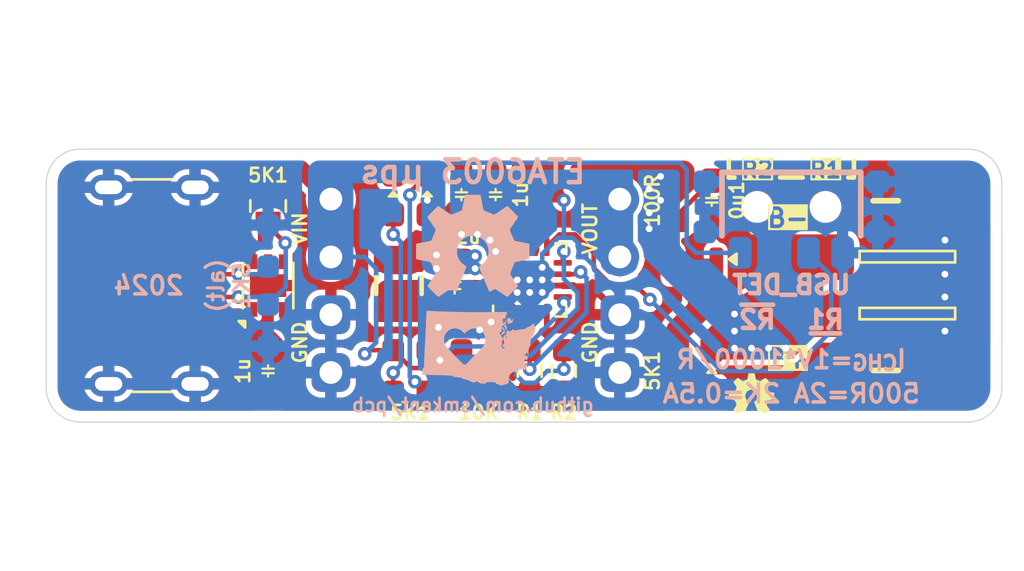
<source format=kicad_pcb>
(kicad_pcb (version 20240108) (generator "pcbnew") (generator_version "8.0")
  (layers (0 "F.Cu" signal) (31 "B.Cu" signal) (34 "B.Paste" user) (35 "F.Paste" user) (36 "B.SilkS" user "B.Silkscreen") (37 "F.SilkS" user "F.Silkscreen") (38 "B.Mask" user) (39 "F.Mask" user) (44 "Edge.Cuts" user))
  (net 0 "")
  (net 1 "B-")
  (net 2 "B+")
  (net 3 "GND")
  (net 4 "Net-(J1-CC1)")
  (net 5 "Net-(U1-NTC)")
  (net 6 "Net-(U1-STAT)")
  (net 7 "VOUT")
  (net 8 "VIN")
  (net 11 "CC2")
  (net 12 "/SW")
  (net 13 "Net-(U1-ISET2)")
  (net 14 "Net-(U1-ISET1)")
  (net 15 "Net-(U2-VDD)")
  (net 16 "Net-(SW1-B)")
  (net 17 "Net-(LED2-A)")
  (net 18 "Net-(LED4-A)")
  (net 19 "Net-(LED1-K)")
  (footprint "custom:R_0603_1608Metric_Pad0.98x0.95mm_HandSolder_simple" (layer "F.Cu") (at 96.75 136.25 90)
    (property "Reference" "R12" (hide yes))
    (property "Value" "100R")
    (pad "1" smd roundrect (at -0.9125 0 90) (size 0.975 0.95) (layers "F.Cu" "F.Paste" "F.Mask") (net 15 "Net-(U2-VDD)"))
    (pad "2" smd roundrect (at 0.9125 0 90) (size 0.975 0.95) (layers "F.Cu" "F.Paste" "F.Mask") (net 2 "B+"))
  )
  (footprint "packages:SOT-23" (layer "F.Cu") (at 97.5 140 -90)
    (property "Reference" "U2" (hide yes))
    (property "Value" "XB3306D")
    (pad "1" smd roundrect (at -0.9375 -0.95 270) (size 1.475 0.6) (layers "F.Cu" "F.Paste" "F.Mask") (net 3 "GND"))
    (pad "2" smd roundrect (at -0.9375 0.95 270) (size 1.475 0.6) (layers "F.Cu" "F.Paste" "F.Mask") (net 15 "Net-(U2-VDD)"))
    (pad "3" smd roundrect (at 0.9375 0 270) (size 1.475 0.6) (layers "F.Cu" "F.Paste" "F.Mask") (net 1 "B-"))
  )
  (footprint "custom:C_0603_1608Metric_Pad1.08x0.95mm_HandSolder" (layer "F.Cu") (at 87.25 136 90)
    (property "Reference" "C1" (hide yes))
    (property "Value" "22u")
    (pad "1" smd roundrect (at -0.8625 0 90) (size 1.075 0.95) (layers "F.Cu" "F.Paste" "F.Mask") (net 7 "VOUT"))
    (pad "2" smd roundrect (at 0.8625 0 90) (size 1.075 0.95) (layers "F.Cu" "F.Paste" "F.Mask") (net 3 "GND"))
  )
  (footprint "custom:R_0603_1608Metric_Pad0.98x0.95mm_HandSolder_simple" (layer "F.Cu") (at 88.75 143.75 90)
    (property "Reference" "R2" (hide yes))
    (property "Value" "10K")
    (pad "1" smd roundrect (at -0.9125 0 90) (size 0.975 0.95) (layers "F.Cu" "F.Paste" "F.Mask") (net 3 "GND"))
    (pad "2" smd roundrect (at 0.9125 0 90) (size 0.975 0.95) (layers "F.Cu" "F.Paste" "F.Mask") (net 5 "Net-(U1-NTC)"))
  )
  (footprint "custom:C_0603_1608Metric_Pad1.08x0.95mm_HandSolder" (layer "F.Cu") (at 98.25 136.25 -90)
    (property "Reference" "C4" (hide yes))
    (property "Value" "0u1")
    (pad "1" smd roundrect (at -0.8625 0 270) (size 1.075 0.95) (layers "F.Cu" "F.Paste" "F.Mask") (net 15 "Net-(U2-VDD)"))
    (pad "2" smd roundrect (at 0.8625 0 270) (size 1.075 0.95) (layers "F.Cu" "F.Paste" "F.Mask") (net 1 "B-"))
  )
  (footprint "custom:R_0603_1608Metric_Pad0.98x0.95mm_HandSolder_simple" (layer "F.Cu") (at 87.25 143.75 -90)
    (property "Reference" "R1" (hide yes))
    (property "Value" "10K")
    (pad "1" smd roundrect (at -0.9125 0 270) (size 0.975 0.95) (layers "F.Cu" "F.Paste" "F.Mask") (net 8 "VIN"))
    (pad "2" smd roundrect (at 0.9125 0 270) (size 0.975 0.95) (layers "F.Cu" "F.Paste" "F.Mask") (net 5 "Net-(U1-NTC)"))
  )
  (footprint "Resistor_SMD:R_0603_1608Metric_Pad0.98x0.95mm_HandSolder" (layer "F.Cu") (at 90.25 143.75 -90)
    (property "Reference" "R4" (hide yes))
    (property "Value" "2K")
    (pad "1" smd roundrect (at -0.9125 0 270) (size 0.975 0.95) (layers "F.Cu" "F.Paste" "F.Mask") (net 14 "Net-(U1-ISET1)"))
    (pad "2" smd roundrect (at 0.9125 0 270) (size 0.975 0.95) (layers "F.Cu" "F.Paste" "F.Mask") (net 3 "GND"))
  )
  (footprint "Resistor_SMD:R_Array_Convex_2x0402" (layer "F.Cu") (at 78.75 136.5 -90)
    (property "Reference" "RN1" (hide yes))
    (property "Value" "5K36")
    (pad "1" smd rect (at -0.5 -0.35 270) (size 0.5 0.4) (layers "F.Cu" "F.Paste" "F.Mask") (net 3 "GND"))
    (pad "2" smd rect (at -0.5 0.35 270) (size 0.5 0.4) (layers "F.Cu" "F.Paste" "F.Mask") (net 3 "GND"))
    (pad "3" smd rect (at 0.5 0.35 270) (size 0.5 0.4) (layers "F.Cu" "F.Paste" "F.Mask") (net 4 "Net-(J1-CC1)"))
    (pad "4" smd rect (at 0.5 -0.35 270) (size 0.5 0.4) (layers "F.Cu" "F.Paste" "F.Mask") (net 11 "CC2"))
  )
  (footprint "custom:ETA6003_QFN-16-1EP_3x3mm_P0.5mm_EP1.7x1.7mm_ThermalVias" (layer "F.Cu") (at 90.25 139.75)
    (property "Reference" "U1" (hide yes))
    (property "Value" "ETA6003")
    (pad "1" smd roundrect (at -1.45 -0.75) (size 0.8 0.25) (layers "F.Cu" "F.Paste" "F.Mask") (net 7 "VOUT"))
    (pad "2" smd roundrect (at -1.45 -0.25) (size 0.8 0.25) (layers "F.Cu" "F.Paste" "F.Mask") (net 8 "VIN"))
    (pad "3" smd roundrect (at -1.45 0.25) (size 0.8 0.25) (layers "F.Cu" "F.Paste" "F.Mask") (net 12 "/SW"))
    (pad "4" smd roundrect (at -1.45 0.75) (size 0.8 0.25) (layers "F.Cu" "F.Paste" "F.Mask") (net 12 "/SW"))
    (pad "5" smd roundrect (at -0.75 1.45) (size 0.25 0.8) (layers "F.Cu" "F.Paste" "F.Mask") (net 3 "GND"))
    (pad "6" smd roundrect (at -0.25 1.45) (size 0.25 0.8) (layers "F.Cu" "F.Paste" "F.Mask") (net 3 "GND"))
    (pad "7" smd roundrect (at 0.25 1.45) (size 0.25 0.8) (layers "F.Cu" "F.Paste" "F.Mask") (net 5 "Net-(U1-NTC)"))
    (pad "8" smd roundrect (at 0.75 1.45) (size 0.25 0.8) (layers "F.Cu" "F.Paste" "F.Mask") (net 3 "GND"))
    (pad "9" smd roundrect (at 1.45 0.75) (size 0.8 0.25) (layers "F.Cu" "F.Paste" "F.Mask") (net 6 "Net-(U1-STAT)"))
    (pad "10" smd roundrect (at 1.45 0.25) (size 0.8 0.25) (layers "F.Cu" "F.Paste" "F.Mask") (net 3 "GND"))
    (pad "11" smd roundrect (at 1.45 -0.25) (size 0.8 0.25) (layers "F.Cu" "F.Paste" "F.Mask") (net 14 "Net-(U1-ISET1)"))
    (pad "12" smd roundrect (at 1.45 -0.75) (size 0.8 0.25) (layers "F.Cu" "F.Paste" "F.Mask") (net 13 "Net-(U1-ISET2)"))
    (pad "13" smd roundrect (at 0.75 -1.45) (size 0.25 0.8) (layers "F.Cu" "F.Paste" "F.Mask") (net 16 "Net-(SW1-B)"))
    (pad "14" smd roundrect (at 0.25 -1.45) (size 0.25 0.8) (layers "F.Cu" "F.Paste" "F.Mask") (net 2 "B+"))
    (pad "15" smd roundrect (at -0.25 -1.45) (size 0.25 0.8) (layers "F.Cu" "F.Paste" "F.Mask") (net 7 "VOUT"))
    (pad "16" smd roundrect (at -0.75 -1.45) (size 0.25 0.8) (layers "F.Cu" "F.Paste" "F.Mask") (net 2 "B+"))
    (pad "17" thru_hole circle (at -0.55 0) (size 0.6 0.6) (drill 0.3) (layers "*.Cu") (net 3 "GND"))
    (pad "17" thru_hole circle (at -0.55 0.55) (size 0.6 0.6) (drill 0.3) (layers "*.Cu") (net 3 "GND"))
    (pad "17" smd custom (at 0 0) (size 0.5 0.5) (layers "F.Cu" "F.Mask") (net 3 "GND") (options (clearance outline) (anchor circle)) (primitives (gr_poly (pts (xy -0.6 0.85) (xy -0.85 0.6) (xy -0.85 -0.1) (xy -0.6 -0.35) (xy -0.35 -0.35) (xy 0.15 -0.85) (xy 0.6 -0.85) (xy 0.85 -0.6) (xy 0.85 0.6) (xy 0.6 0.85)) (width 0) (fill yes)) (gr_circle (center 0.6 -0.6) (end 0.85 -0.6) (width 0) (fill yes)) (gr_circle (center 0.6 0.6) (end 0.85 0.6) (width 0) (fill yes)) (gr_circle (center -0.6 0.6) (end -0.35 0.6) (width 0) (fill yes)) (gr_circle (center -0.6 -0.1) (end -0.35 -0.1) (width 0) (fill yes))))
    (pad "17" thru_hole circle (at 0 0) (size 0.6 0.6) (drill 0.3) (layers "*.Cu") (net 3 "GND"))
    (pad "17" smd roundrect (at 0 0) (size 1.7 1.7) (layers "B.Cu") (roundrect_rratio 0.147059) (net 3 "GND"))
    (pad "17" thru_hole circle (at 0 0.55) (size 0.6 0.6) (drill 0.3) (layers "*.Cu") (net 3 "GND"))
    (pad "17" thru_hole circle (at 0.55 -0.55) (size 0.6 0.6) (drill 0.3) (layers "*.Cu") (net 3 "GND"))
    (pad "17" thru_hole circle (at 0.55 0) (size 0.6 0.6) (drill 0.3) (layers "*.Cu") (net 3 "GND"))
    (pad "17" thru_hole circle (at 0.55 0.55) (size 0.6 0.6) (drill 0.3) (layers "*.Cu") (net 3 "GND"))
    (zone (net 0) (net_name "") (layer "F.Cu") (connect_pads (clearance 0)) (min_thickness 0.25)
      (keepout (tracks not_allowed) (vias allowed) (pads allowed) (copperpour not_allowed) (footprints allowed))
      (fill (thermal_gap 0.5) (thermal_bridge_width 0.5))
      (polygon (pts (xy 89.2 140.15) (xy 91.3 140.145671) (xy 91.3 140.795671) (xy 89.2 140.8)))
    )
  )
  (footprint "custom:Conn_Combo_JST-1x02-XH_PH-SMD-alt-pad2gnd" (layer "F.Cu") (at 102.75 140 90)
    (property "Reference" "J3" (hide yes))
    (property "Value" "JST XH/PH")
    (pad "1" smd roundrect (at -1.25 -0.75 90) (size 2 5) (layers "F.Cu" "F.Paste" "F.Mask") (net 2 "B+"))
    (pad "2" smd roundrect (at 1.25 -0.75 90) (size 2 5) (layers "F.Cu" "F.Paste" "F.Mask") (net 1 "B-"))
    (pad "MP" smd roundrect (at -3.85 5.75 90) (size 2.5 3.4) (layers "F.Cu" "F.Paste" "F.Mask") (roundrect_rratio 0.166667) (net 3 "GND"))
    (pad "MP" smd roundrect (at 3.85 5.75 90) (size 2.5 3.4) (layers "F.Cu" "F.Paste" "F.Mask") (roundrect_rratio 0.166667) (net 3 "GND"))
  )
  (footprint "passives:L_1008_2520Metric" (layer "F.Cu") (at 84.5 140 -90)
    (property "Reference" "L1" (hide yes))
    (property "Value" "2u2")
    (pad "1" smd roundrect (at -1.1 0) (size 2.2 1) (layers "F.Cu" "F.Paste" "F.Mask") (roundrect_rratio 0.125) (net 7 "VOUT"))
    (pad "2" smd roundrect (at 1.1 0) (size 2.2 1) (layers "F.Cu" "F.Paste" "F.Mask") (roundrect_rratio 0.125) (net 12 "/SW"))
  )
  (footprint "Resistor_SMD:R_0603_1608Metric_Pad0.98x0.95mm_HandSolder" (layer "F.Cu") (at 91.75 143.75 -90)
    (property "Reference" "R5" (hide yes))
    (property "Value" "1K")
    (pad "1" smd roundrect (at -0.9125 0 270) (size 0.975 0.95) (layers "F.Cu" "F.Paste" "F.Mask") (net 13 "Net-(U1-ISET2)"))
    (pad "2" smd roundrect (at 0.9125 0 270) (size 0.975 0.95) (layers "F.Cu" "F.Paste" "F.Mask") (net 3 "GND"))
  )
  (footprint "custom:LED_0603_1608Metric_Pad1.05x0.95mm_HandSolder_simple" (layer "F.Cu") (at 98.25 143.75 -90)
    (property "Reference" "LED4" (hide yes))
    (property "Value" "Red")
    (pad "1" smd roundrect (at -0.875 0 270) (size 1.05 0.95) (layers "F.Cu" "F.Paste" "F.Mask") (net 2 "B+"))
    (pad "2" smd roundrect (at 0.875 0 270) (size 1.05 0.95) (layers "F.Cu" "F.Paste" "F.Mask") (net 18 "Net-(LED4-A)"))
  )
  (footprint "custom:C_0603_1608Metric_Pad1.08x0.95mm_HandSolder" (layer "F.Cu") (at 88.75 136 90)
    (property "Reference" "C2" (hide yes))
    (property "Value" "1u")
    (pad "1" smd roundrect (at -0.8625 0 90) (size 1.075 0.95) (layers "F.Cu" "F.Paste" "F.Mask") (net 2 "B+"))
    (pad "2" smd roundrect (at 0.8625 0 90) (size 1.075 0.95) (layers "F.Cu" "F.Paste" "F.Mask") (net 3 "GND"))
  )
  (footprint "custom:LED_0603_1608Metric_Pad1.05x0.95mm_HandSolder_simple" (layer "F.Cu") (at 85.75 136 -90)
    (property "Reference" "LED1" (hide yes))
    (property "Value" "Pink")
    (pad "1" smd roundrect (at -0.875 0 270) (size 1.05 0.95) (layers "F.Cu" "F.Paste" "F.Mask") (net 19 "Net-(LED1-K)"))
    (pad "2" smd roundrect (at 0.875 0 270) (size 1.05 0.95) (layers "F.Cu" "F.Paste" "F.Mask") (net 8 "VIN"))
  )
  (footprint "custom:LED_0603_1608Metric_Pad1.05x0.95mm_HandSolder_simple" (layer "F.Cu") (at 84.25 136 -90)
    (property "Reference" "LED2" (hide yes))
    (property "Value" "White")
    (pad "1" smd roundrect (at -0.875 0 270) (size 1.05 0.95) (layers "F.Cu" "F.Paste" "F.Mask") (net 3 "GND"))
    (pad "2" smd roundrect (at 0.875 0 270) (size 1.05 0.95) (layers "F.Cu" "F.Paste" "F.Mask") (net 17 "Net-(LED2-A)"))
  )
  (footprint "custom:R_0603_1608Metric_Pad0.98x0.95mm_HandSolder_simple" (layer "F.Cu") (at 85.75 143.75 -90)
    (property "Reference" "R7" (hide yes))
    (property "Value" "5K1")
    (pad "1" smd roundrect (at -0.9125 0 270) (size 0.975 0.95) (layers "F.Cu" "F.Paste" "F.Mask") (net 6 "Net-(U1-STAT)"))
    (pad "2" smd roundrect (at 0.9125 0 270) (size 0.975 0.95) (layers "F.Cu" "F.Paste" "F.Mask") (net 19 "Net-(LED1-K)"))
  )
  (footprint "custom:R_0603_1608Metric_Pad0.98x0.95mm_HandSolder_simple" (layer "F.Cu") (at 84.25 143.75 90)
    (property "Reference" "R8" (hide yes))
    (property "Value" "5K1")
    (pad "1" smd roundrect (at -0.9125 0 90) (size 0.975 0.95) (layers "F.Cu" "F.Paste" "F.Mask") (net 17 "Net-(LED2-A)"))
    (pad "2" smd roundrect (at 0.9125 0 90) (size 0.975 0.95) (layers "F.Cu" "F.Paste" "F.Mask") (net 8 "VIN"))
  )
  (footprint "custom:C_0805_2012Metric_Pad1.18x1.45mm_wide-center_HandSolder" (layer "F.Cu") (at 87 140 90)
    (property "Reference" "C10" (hide yes))
    (property "Value" "22u")
    (pad "1" smd roundrect (at -1.075 0 90) (size 1.1 1.45) (layers "F.Cu" "F.Paste" "F.Mask") (roundrect_rratio 0.212766) (net 3 "GND"))
    (pad "2" smd roundrect (at 1.075 0 90) (size 1.1 1.45) (layers "F.Cu" "F.Paste" "F.Mask") (roundrect_rratio 0.212766) (net 8 "VIN"))
  )
  (footprint "custom:R_0603_1608Metric_Pad0.98x0.95mm_HandSolder_simple" (layer "F.Cu") (at 96.75 143.75 90)
    (property "Reference" "R11" (hide yes))
    (property "Value" "5K1")
    (pad "1" smd roundrect (at -0.9125 0 90) (size 0.975 0.95) (layers "F.Cu" "F.Paste" "F.Mask") (net 18 "Net-(LED4-A)"))
    (pad "2" smd roundrect (at 0.9125 0 90) (size 0.975 0.95) (layers "F.Cu" "F.Paste" "F.Mask") (net 1 "B-"))
  )
  (footprint "graphics:oshw-logo-2mm" (layer "F.Cu") (at 100 144.75)
    (property "Reference" "G***" (hide yes))
    (property "Value" "LOGO" (hide yes))
  )
  (footprint "Package_DFN_QFN:DFN-6-1EP_2x2mm_P0.65mm_EP1x1.6mm" (layer "F.Cu") (at 78.75 140 90)
    (property "Reference" "U3" (hide yes))
    (property "Value" "HUSB237")
    (pad "1" smd rect (at -1.05 -0.65 90) (size 0.65 0.35) (layers "F.Cu" "F.Paste" "F.Mask") (net 11 "CC2"))
    (pad "2" smd rect (at -1.05 0 90) (size 0.65 0.35) (layers "F.Cu" "F.Paste" "F.Mask") (net 8 "VIN"))
    (pad "3" smd rect (at -1.05 0.65 90) (size 0.65 0.35) (layers "F.Cu" "F.Paste" "F.Mask") (net 3 "GND"))
    (pad "4" smd rect (at 1.05 0.65 90) (size 0.65 0.35) (layers "F.Cu" "F.Paste" "F.Mask"))
    (pad "5" smd rect (at 1.05 0 90) (size 0.65 0.35) (layers "F.Cu" "F.Paste" "F.Mask"))
    (pad "6" smd rect (at 1.05 -0.65 90) (size 0.65 0.35) (layers "F.Cu" "F.Paste" "F.Mask") (net 4 "Net-(J1-CC1)"))
    (pad "7" smd rect (at 0 0 90) (size 1 1.6) (layers "F.Cu" "F.Mask") (net 3 "GND"))
  )
  (footprint "custom:USB_C_Receptacle_GCT_USB4125-xx-x_6P_TopMnt_Horizontal_handsolder" (layer "F.Cu") (at 72.54 140 -90)
    (property "Reference" "J1" (hide yes))
    (property "Value" "USB_C_Receptacle_PowerOnly_6P")
    (pad "A5" smd roundrect (at -0.5 -3.28 270) (size 0.7 1.6) (layers "F.Cu" "F.Paste" "F.Mask") (net 4 "Net-(J1-CC1)"))
    (pad "A9" smd roundrect (at 1.52 -3.28 90) (size 0.76 1.6) (layers "F.Cu" "F.Paste" "F.Mask") (net 8 "VIN"))
    (pad "A12" smd roundrect (at 2.75 -3.28 90) (size 0.8 1.6) (layers "F.Cu" "F.Paste" "F.Mask") (net 3 "GND"))
    (pad "B5" smd roundrect (at 0.5 -3.28 90) (size 0.7 1.6) (layers "F.Cu" "F.Paste" "F.Mask") (net 11 "CC2"))
    (pad "B9" smd roundrect (at -1.52 -3.28 270) (size 0.76 1.6) (layers "F.Cu" "F.Paste" "F.Mask") (net 8 "VIN"))
    (pad "B12" smd roundrect (at -2.75 -3.28 270) (size 0.8 1.6) (layers "F.Cu" "F.Paste" "F.Mask") (net 3 "GND"))
    (pad "S1" thru_hole oval (at -4.32 -3 270) (size 1.1 1.7) (drill oval 0.6 1.2) (layers "*.Cu" "*.Mask" "F.Paste") (net 3 "GND"))
    (pad "S1" thru_hole oval (at -4.32 0.8 270) (size 1.1 1.7) (drill oval 0.6 1.2) (layers "*.Cu" "*.Mask" "F.Paste") (net 3 "GND"))
    (pad "S1" thru_hole oval (at 4.32 -3 270) (size 1.1 1.7) (drill oval 0.6 1.2) (layers "*.Cu" "*.Mask" "F.Paste") (net 3 "GND"))
    (pad "S1" thru_hole oval (at 4.32 0.8 270) (size 1.1 1.7) (drill oval 0.6 1.2) (layers "*.Cu" "*.Mask" "F.Paste") (net 3 "GND"))
  )
  (footprint "custom:C_0603_1608Metric_Pad1.08x0.95mm_HandSolder" (layer "F.Cu") (at 78.75 143.75 90)
    (property "Reference" "C5" (hide yes))
    (property "Value" "10u")
    (pad "1" smd roundrect (at -0.8625 0 90) (size 1.075 0.95) (layers "F.Cu" "F.Paste" "F.Mask") (net 3 "GND"))
    (pad "2" smd roundrect (at 0.8625 0 90) (size 1.075 0.95) (layers "F.Cu" "F.Paste" "F.Mask") (net 8 "VIN"))
  )
  (footprint "custom:PinHeader_1x04_P2.54mm_Vertical_simple_pad3,4gnd" (layer "B.Cu") (at 94.21 136.2 180)
    (property "Reference" "J4" (hide yes))
    (property "Value" "Pin headers")
    (pad "1" thru_hole oval (at 0 0 180) (size 1.7 1.7) (drill 1) (layers "*.Cu" "*.Mask") (net 7 "VOUT"))
    (pad "2" thru_hole oval (at 0 -2.54 180) (size 1.7 1.7) (drill 1) (layers "*.Cu" "*.Mask") (net 7 "VOUT"))
    (pad "3" thru_hole roundrect (at 0 -5.08 180) (size 1.7 1.7) (drill 1) (layers "*.Cu" "*.Mask") (net 3 "GND"))
    (pad "4" thru_hole roundrect (at 0 -7.62 180) (size 1.7 1.7) (drill 1) (layers "*.Cu" "*.Mask") (net 3 "GND"))
  )
  (footprint "graphics:wa-state-heart-5mm" (layer "B.Cu") (at 88 142.75 180)
    (property "Reference" "G***" (hide yes))
    (property "Value" "LOGO" (hide yes))
  )
  (footprint "graphics:oshw-logo-5mm" (layer "B.Cu") (at 87.75 138.25 180)
    (property "Reference" "G***" (hide yes))
    (property "Value" "LOGO" (hide yes))
  )
  (footprint "lcsc:SW-SMD_3P-P1.50_L2.7-W6.6" (layer "B.Cu") (at 101.75 137)
    (property "Reference" "SW1" (hide yes))
    (property "Value" "SW_SPDT_MountingPin")
    (pad "" np_thru_hole circle (at -1.5 -0.46) (size 0.9 0.9) (drill 0.9) (layers "F&B.Cu" "*.Mask"))
    (pad "" np_thru_hole circle (at 1.5 -0.46) (size 0.9 0.9) (drill 0.9) (layers "F&B.Cu" "*.Mask"))
    (pad "1" smd roundrect (at -2.25 1.56) (size 1 1.4) (layers "B.Cu" "B.Paste" "B.Mask") (net 8 "VIN"))
    (pad "2" smd roundrect (at 0.75 1.56) (size 1 1.4) (layers "B.Cu" "B.Paste" "B.Mask") (net 16 "Net-(SW1-B)"))
    (pad "3" smd roundrect (at 2.25 1.56) (size 1 1.4) (layers "B.Cu" "B.Paste" "B.Mask") (net 3 "GND"))
    (pad "MP" smd roundrect (at -3.8 -1.56) (size 1 1) (layers "B.Cu" "B.Paste" "B.Mask") (net 3 "GND"))
    (pad "MP" smd roundrect (at -3.8 0.64) (size 1 1) (layers "B.Cu" "B.Paste" "B.Mask") (net 3 "GND"))
    (pad "MP" smd roundrect (at 3.8 -1.56) (size 1 1) (layers "B.Cu" "B.Paste" "B.Mask") (net 3 "GND"))
    (pad "MP" smd roundrect (at 3.8 0.64) (size 1 1) (layers "B.Cu" "B.Paste" "B.Mask") (net 3 "GND"))
  )
  (footprint "custom:R_0603_1608Metric_Pad0.98x0.95mm_HandSolder_simple" (layer "B.Cu") (at 78.75 138.25 90)
    (property "Reference" "R6" (hide yes))
    (property "Value" "5K1")
    (pad "1" smd roundrect (at -0.9125 0 90) (size 0.975 0.95) (layers "B.Cu" "B.Paste" "B.Mask") (net 4 "Net-(J1-CC1)"))
    (pad "2" smd roundrect (at 0.9125 0 90) (size 0.975 0.95) (layers "B.Cu" "B.Paste" "B.Mask") (net 3 "GND"))
  )
  (footprint "custom:R_0603_1608Metric_Pad0.98x0.95mm_HandSolder_simple" (layer "B.Cu") (at 78.75 141.75 -90)
    (property "Reference" "R3" (hide yes))
    (property "Value" "5K1")
    (pad "1" smd roundrect (at -0.9125 0 270) (size 0.975 0.95) (layers "B.Cu" "B.Paste" "B.Mask") (net 11 "CC2"))
    (pad "2" smd roundrect (at 0.9125 0 270) (size 0.975 0.95) (layers "B.Cu" "B.Paste" "B.Mask") (net 3 "GND"))
  )
  (footprint "custom:PinHeader_1x04_P2.54mm_Vertical_simple_pad3,4gnd" (layer "B.Cu") (at 81.51 136.2 180)
    (property "Reference" "J2" (hide yes))
    (property "Value" "Pin headers")
    (pad "1" thru_hole oval (at 0 0 180) (size 1.7 1.7) (drill 1) (layers "*.Cu" "*.Mask") (net 8 "VIN"))
    (pad "2" thru_hole oval (at 0 -2.54 180) (size 1.7 1.7) (drill 1) (layers "*.Cu" "*.Mask") (net 8 "VIN"))
    (pad "3" thru_hole roundrect (at 0 -5.08 180) (size 1.7 1.7) (drill 1) (layers "*.Cu" "*.Mask") (net 3 "GND"))
    (pad "4" thru_hole roundrect (at 0 -7.62 180) (size 1.7 1.7) (drill 1) (layers "*.Cu" "*.Mask") (net 3 "GND"))
  )
  (gr_line (start 102.6 142.1) (end 103.9 142.1) (stroke (width 0.2)) (layer "B.SilkS"))
  (gr_line (start 104.25 135.25) (end 104.5 135.25) (stroke (width 0.2)) (layer "F.SilkS"))
  (gr_line (start 104.5 135.25) (end 104.5 134.5) (stroke (width 0.2)) (layer "F.SilkS"))
  (gr_line (start 101.25 135.25) (end 102.25 135.25) (stroke (width 0.2)) (layer "F.SilkS"))
  (gr_line (start 99 135.25) (end 99 134.5) (stroke (width 0.2)) (layer "F.SilkS"))
  (gr_line (start 99.25 135.25) (end 99 135.25) (stroke (width 0.2)) (layer "F.SilkS"))
  (gr_line (start 69 144.5) (end 69 135.5) (stroke (width 0.05)) (layer "Edge.Cuts"))
  (gr_arc (start 109.5 134) (mid 110.56066 134.43934) (end 111 135.5) (stroke (width 0.05)) (layer "Edge.Cuts"))
  (gr_line (start 70.5 134) (end 109.5 134) (stroke (width 0.05)) (layer "Edge.Cuts"))
  (gr_line (start 111 135.5) (end 111 144.5) (stroke (width 0.05)) (layer "Edge.Cuts"))
  (gr_arc (start 69 135.5) (mid 69.43934 134.43934) (end 70.5 134) (stroke (width 0.05)) (layer "Edge.Cuts"))
  (gr_arc (start 111 144.5) (mid 110.56066 145.56066) (end 109.5 146) (stroke (width 0.05)) (layer "Edge.Cuts"))
  (gr_line (start 109.5 146) (end 70.5 146) (stroke (width 0.05)) (layer "Edge.Cuts"))
  (gr_arc (start 70.5 146) (mid 69.43934 145.56066) (end 69 144.5) (stroke (width 0.05)) (layer "Edge.Cuts"))
  (gr_text "github.com/smkent/pcb" (at 87.75 145.25 0) (layer "B.SilkS") (effects (font (size 0.6 0.58) (thickness 0.12) (bold yes)) (justify mirror)))
  (gr_text "ETA6003 µps" (at 87.75 135 -0) (layer "B.SilkS") (effects (font (size 1 1) (thickness 0.2) (bold yes)) (justify mirror)))
  (gr_text "~{R2}" (at 100.25 141.5 0) (layer "B.SilkS") (effects (font (size 0.8 0.8) (thickness 0.2) (bold yes)) (justify mirror)))
  (gr_text "I_{CHG}=1V*1000/R" (at 101.75 143.25 0) (layer "B.SilkS") (effects (font (size 0.8 0.8) (thickness 0.16) (bold yes)) (justify mirror)))
  (gr_text "USB_DET" (at 101.75 139.5 0) (layer "B.SilkS") (effects (font (size 0.8 0.8) (thickness 0.2) (bold yes)) (justify top mirror)))
  (gr_text "(alt)\n5K1" (at 78 140 90) (layer "B.SilkS") (effects (font (size 0.7 0.7) (thickness 0.14) (bold yes)) (justify bottom mirror)))
  (gr_text "2024" (at 73.5 140 0) (layer "B.SilkS") (effects (font (size 0.8 0.8) (thickness 0.16) (bold yes)) (justify mirror)))
  (gr_text "500R=2A 2K=0.5A" (at 101.75 144.75 0) (layer "B.SilkS") (effects (font (size 0.8 0.8) (thickness 0.16) (bold yes)) (justify mirror)))
  (gr_text "R1" (at 103.25 141.5 0) (layer "B.SilkS") (effects (font (size 0.8 0.8) (thickness 0.2) (bold yes)) (justify mirror)))
  (gr_text "R2" (at 100.25 134.5 0) (layer "F.SilkS" knockout) (effects (font (size 0.7 0.7) (thickness 0.14) (bold yes)) (justify top)))
  (gr_text "1u" (at 89.5 136 90) (layer "F.SilkS") (effects (font (size 0.6 0.6) (thickness 0.12) (bold yes)) (justify top)))
  (gr_text "R1" (at 103.25 134.5 0) (layer "F.SilkS" knockout) (effects (font (size 0.7 0.7) (thickness 0.14) (bold yes)) (justify top)))
  (gr_text "5K1" (at 96 143.75 90) (layer "F.SilkS") (effects (font (size 0.6 0.6) (thickness 0.12) (bold yes)) (justify bottom)))
  (gr_text "R2" (at 91.75 145.92 0) (layer "F.SilkS") (effects (font (size 0.6 0.6) (thickness 0.12) (bold yes)) (justify bottom)))
  (gr_text "B-" (at 101.6 137.5 0) (layer "F.SilkS" knockout) (effects (font (size 0.8 0.8) (thickness 0.16) (bold yes)) (justify bottom)))
  (gr_text "GND" (at 93.25 142.5 90) (layer "F.SilkS") (effects (font (size 0.6 0.6) (thickness 0.12) (bold yes)) (justify bottom)))
  (gr_text "10K" (at 88 145.92 0) (layer "F.SilkS") (effects (font (size 0.6 0.6) (thickness 0.12) (bold yes)) (justify bottom)))
  (gr_text "22u" (at 87.25 137.5 0) (layer "F.SilkS") (effects (font (size 0.6 0.6) (thickness 0.12) (bold yes)) (justify top)))
  (gr_text "5K1" (at 85 145.92 0) (layer "F.SilkS") (effects (font (size 0.6 0.6) (thickness 0.12) (bold yes)) (justify bottom)))
  (gr_text "GND" (at 80.5 142.5 90) (layer "F.SilkS") (effects (font (size 0.6 0.6) (thickness 0.12) (bold yes)) (justify bottom)))
  (gr_text "0u1" (at 99 136.25 90) (layer "F.SilkS") (effects (font (size 0.6 0.6) (thickness 0.12) (bold yes)) (justify top)))
  (gr_text "5K1" (at 78.75 135.5 0) (layer "F.SilkS") (effects (font (size 0.6 0.6) (thickness 0.12) (bold yes)) (justify bottom)))
  (gr_text "R1" (at 90.25 145.92 0) (layer "F.SilkS") (effects (font (size 0.6 0.6) (thickness 0.12) (bold yes)) (justify bottom)))
  (gr_text "1u" (at 78 143.75 90) (layer "F.SilkS") (effects (font (size 0.6 0.6) (thickness 0.12) (bold yes)) (justify bottom)))
  (gr_text "VOUT" (at 93.25 137.5 90) (layer "F.SilkS") (effects (font (size 0.6 0.6) (thickness 0.12) (bold yes)) (justify bottom)))
  (gr_text "100R" (at 96 136.25 90) (layer "F.SilkS") (effects (font (size 0.6 0.6) (thickness 0.12) (bold yes)) (justify bottom)))
  (gr_text "B+" (at 101.6 142.75 0) (layer "F.SilkS" knockout) (effects (font (size 0.8 0.8) (thickness 0.16) (bold yes)) (justify top)))
  (gr_text "VIN" (at 80.5 137.5 90) (layer "F.SilkS") (effects (font (size 0.6 0.6) (thickness 0.12) (bold yes)) (justify bottom)))
  (segment (start 89.5 138.3) (end 89.5 137.885614) (width 0.2) (layer "F.Cu") (net 2))
  (segment (start 90.5 137.885614) (end 90.5 138.3) (width 0.2) (layer "F.Cu") (net 2))
  (segment (start 90.214386 137.6) (end 90.5 137.885614) (width 0.2) (layer "F.Cu") (net 2))
  (segment (start 89.5 137.885614) (end 89.785614 137.6) (width 0.2) (layer "F.Cu") (net 2))
  (segment (start 89.785614 137.6) (end 90.214386 137.6) (width 0.2) (layer "F.Cu") (net 2))
  (via (at 95.5 136.799997) (size 0.6) (drill 0.3) (layers "F.Cu" "B.Cu") (net 2))
  (via (at 96 135.2) (size 0.6) (drill 0.3) (layers "F.Cu" "B.Cu") (net 2))
  (via (at 99.25 142.75) (size 0.6) (drill 0.3) (layers "F.Cu" "B.Cu") (net 2))
  (via (at 95.5 135.75) (size 0.6) (drill 0.3) (layers "F.Cu" "B.Cu") (net 2))
  (via (at 101.5 142.75) (size 0.6) (drill 0.3) (layers "F.Cu" "B.Cu") (net 2))
  (via (at 99.25 141.25) (size 0.6) (drill 0.3) (layers "F.Cu" "B.Cu") (net 2))
  (via (at 100.75 142.75) (size 0.6) (drill 0.3) (layers "F.Cu" "B.Cu") (net 2))
  (via (at 99.25 142) (size 0.6) (drill 0.3) (layers "F.Cu" "B.Cu") (net 2))
  (via (at 95.5 137.5) (size 0.6) (drill 0.3) (layers "F.Cu" "B.Cu") (net 2))
  (via (at 100 142.75) (size 0.6) (drill 0.3) (layers "F.Cu" "B.Cu") (net 2))
  (via (at 96 136.25) (size 0.6) (drill 0.3) (layers "F.Cu" "B.Cu") (net 2))
  (segment (start 83 141.554506) (end 83 141.25) (width 0.2) (layer "F.Cu") (net 3))
  (segment (start 87 141.075) (end 86.2375 141.8375) (width 0.2) (layer "F.Cu") (net 3))
  (segment (start 94.23 143.8) (end 94.21 143.82) (width 0.2) (layer "F.Cu") (net 3))
  (segment (start 98.45 139.0625) (end 97.928052 139.0625) (width 0.2) (layer "F.Cu") (net 3))
  (segment (start 89.8625 136.25) (end 88.75 135.1375) (width 0.2) (layer "F.Cu") (net 3))
  (segment (start 92.979348 140.049348) (end 94.21 141.28) (width 0.3) (layer "F.Cu") (net 3))
  (segment (start 91.75 136.25) (end 89.8625 136.25) (width 0.2) (layer "F.Cu") (net 3))
  (segment (start 108.45 143.8) (end 94.23 143.8) (width 0.2) (layer "F.Cu") (net 3))
  (segment (start 108.5 143.85) (end 108.45 143.8) (width 0.2) (layer "F.Cu") (net 3))
  (segment (start 95.710552 141.28) (end 94.21 141.28) (width 0.2) (layer "F.Cu") (net 3))
  (segment (start 97.928052 139.0625) (end 95.710552 141.28) (width 0.2) (layer "F.Cu") (net 3))
  (segment (start 92.170003 140) (end 92.219351 140.049348) (width 0.3) (layer "F.Cu") (net 3))
  (segment (start 86.2375 141.8375) (end 86.175 141.9) (width 0.2) (layer "F.Cu") (net 3))
  (segment (start 83.345494 141.9) (end 83 141.554506) (width 0.2) (layer "F.Cu") (net 3))
  (segment (start 82.97 141.28) (end 81.51 141.28) (width 0.2) (layer "F.Cu") (net 3))
  (segment (start 91.7 140) (end 92.170003 140) (width 0.3) (layer "F.Cu") (net 3))
  (segment (start 86.175 141.9) (end 83.345494 141.9) (width 0.2) (layer "F.Cu") (net 3))
  (segment (start 92.219351 140.049348) (end 92.979348 140.049348) (width 0.3) (layer "F.Cu") (net 3))
  (segment (start 83 141.25) (end 82.97 141.28) (width 0.2) (layer "F.Cu") (net 3))
  (via (at 108.5 140.5) (size 0.6) (drill 0.3) (layers "F.Cu" "B.Cu") (net 3))
  (via (at 88.05 141.95) (size 0.6) (drill 0.3) (layers "F.Cu" "B.Cu") (net 3))
  (via (at 108.5 139.5) (size 0.6) (drill 0.3) (layers "F.Cu" "B.Cu") (net 3))
  (via (at 86.2375 141.8375) (size 0.6) (drill 0.3) (layers "F.Cu" "B.Cu") (net 3))
  (via (at 91.75 136.25) (size 0.6) (drill 0.3) (layers "F.Cu" "B.Cu") (net 3))
  (via (at 88.55 141.6) (size 0.6) (drill 0.3) (layers "F.Cu" "B.Cu") (net 3))
  (via (at 108.5 142) (size 0.6) (drill 0.3) (layers "F.Cu" "B.Cu") (net 3))
  (via (at 108.5 138) (size 0.6) (drill 0.3) (layers "F.Cu" "B.Cu") (net 3))
  (segment (start 91.075736 138.325736) (end 90.8 138.601471) (width 0.2) (layer "B.Cu") (net 3))
  (segment (start 91.501471 137.9) (end 91.075736 138.325736) (width 0.2) (layer "B.Cu") (net 3))
  (segment (start 92.15 137.9) (end 91.501471 137.9) (width 0.2) (layer "B.Cu") (net 3))
  (segment (start 93.08859 139.150819) (end 92.737119 138.799348) (width 0.2) (layer "B.Cu") (net 3))
  (segment (start 94.21 140.430001) (end 93.08859 139.308591) (width 0.2) (layer "B.Cu") (net 3))
  (segment (start 92.737119 138.487119) (end 92.15 137.9) (width 0.2) (layer "B.Cu") (net 3))
  (segment (start 93.08859 139.308591) (end 93.08859 139.150819) (width 0.2) (layer "B.Cu") (net 3))
  (segment (start 92.737119 138.799348) (end 92.737119 138.487119) (width 0.2) (layer "B.Cu") (net 3))
  (segment (start 91.75 136.25) (end 91.75 137.9) (width 0.2) (layer "B.Cu") (net 3))
  (segment (start 90.8 138.601471) (end 90.8 139.2) (width 0.2) (layer "B.Cu") (net 3))
  (segment (start 94.21 141.28) (end 94.21 140.430001) (width 0.2) (layer "B.Cu") (net 3))
  (segment (start 78.1 138.4) (end 78.1 138.95) (width 0.2) (layer "F.Cu") (net 4))
  (segment (start 78.4 138.1) (end 78.1 138.4) (width 0.2) (layer "F.Cu") (net 4))
  (segment (start 78.05 138.95) (end 77.5 139.5) (width 0.2) (layer "F.Cu") (net 4))
  (segment (start 78.1 138.95) (end 78.05 138.95) (width 0.2) (layer "F.Cu") (net 4))
  (segment (start 77.5 139.5) (end 77.449998 139.5) (width 0.2) (layer "F.Cu") (net 4))
  (segment (start 78.4 137) (end 78.4 138.1) (width 0.2) (layer "F.Cu") (net 4))
  (segment (start 77.5 139.5) (end 75.82 139.5) (width 0.2) (layer "F.Cu") (net 4))
  (via (at 77.449998 139.5) (size 0.6) (drill 0.3) (layers "F.Cu" "B.Cu") (net 4))
  (segment (start 78.4125 139.5) (end 78.75 139.1625) (width 0.2) (layer "B.Cu") (net 4))
  (segment (start 77.449998 139.5) (end 78.4125 139.5) (width 0.2) (layer "B.Cu") (net 4))
  (segment (start 90.5 141.2) (end 90.5 141.614386) (width 0.2) (layer "F.Cu") (net 5))
  (segment (start 87.25 144.6625) (end 87.25 144.3375) (width 0.2) (layer "F.Cu") (net 5))
  (segment (start 90.5 141.614386) (end 90.114386 142) (width 0.2) (layer "F.Cu") (net 5))
  (segment (start 90.114386 142) (end 89.5875 142) (width 0.2) (layer "F.Cu") (net 5))
  (segment (start 89.5875 142) (end 88.75 142.8375) (width 0.2) (layer "F.Cu") (net 5))
  (segment (start 87.25 144.3375) (end 88.75 142.8375) (width 0.2) (layer "F.Cu") (net 5))
  (segment (start 91.7 140.7) (end 91.75 140.75) (width 0.2) (layer "F.Cu") (net 6))
  (segment (start 85.75 142.8375) (end 85.855819 142.8375) (width 0.2) (layer "F.Cu") (net 6))
  (segment (start 85.855819 142.8375) (end 86.298984 143.280665) (width 0.2) (layer "F.Cu") (net 6))
  (segment (start 91.7 140.5) (end 91.7 140.7) (width 0.2) (layer "F.Cu") (net 6))
  (via (at 86.298984 143.280665) (size 0.6) (drill 0.3) (layers "F.Cu" "B.Cu") (net 6))
  (via (at 91.75 140.75) (size 0.6) (drill 0.3) (layers "F.Cu" "B.Cu") (net 6))
  (segment (start 90.118315 142.675) (end 86.904649 142.675) (width 0.2) (layer "B.Cu") (net 6))
  (segment (start 91.75 140.75) (end 91.75 141.043315) (width 0.2) (layer "B.Cu") (net 6))
  (segment (start 91.75 141.043315) (end 90.118315 142.675) (width 0.2) (layer "B.Cu") (net 6))
  (segment (start 86.904649 142.675) (end 86.298984 143.280665) (width 0.2) (layer "B.Cu") (net 6))
  (segment (start 89.714386 139) (end 90 138.714386) (width 0.2) (layer "F.Cu") (net 7))
  (segment (start 90 138.714386) (end 90 138.3) (width 0.2) (layer "F.Cu") (net 7))
  (segment (start 94.21 136.2) (end 94.21 138.74) (width 1) (layer "F.Cu") (net 7))
  (segment (start 88.8 139) (end 89.714386 139) (width 0.2) (layer "F.Cu") (net 7))
  (via (at 87.950003 137.75) (size 0.6) (drill 0.3) (layers "F.Cu" "B.Cu") (net 7))
  (via (at 87.25 137.75) (size 0.6) (drill 0.3) (layers "F.Cu" "B.Cu") (net 7))
  (via (at 88.5 138) (size 0.6) (drill 0.3) (layers "F.Cu" "B.Cu") (net 7))
  (via (at 88.75 138.5) (size 0.6) (drill 0.3) (layers "F.Cu" "B.Cu") (net 7))
  (segment (start 87.25 142.8375) (end 87.25 143.325) (width 0.2) (layer "F.Cu") (net 8))
  (segment (start 76.491558 138.48) (end 77.25 137.721558) (width 0.75) (layer "F.Cu") (net 8))
  (segment (start 83 143) (end 83.1625 142.8375) (width 0.2) (layer "F.Cu") (net 8))
  (segment (start 88.314904 139.5) (end 88.064904 139.25) (width 0.3) (layer "F.Cu") (net 8))
  (segment (start 88.064904 139.25) (end 87.325 139.25) (width 0.3) (layer "F.Cu") (net 8))
  (segment (start 83.1625 142.8375) (end 84.25 142.8375) (width 0.2) (layer "F.Cu") (net 8))
  (segment (start 85.625 143.625) (end 85.0375 143.625) (width 0.2) (layer "F.Cu") (net 8))
  (segment (start 75.82 138.48) (end 74.97449 138.48) (width 0.75) (layer "F.Cu") (net 8))
  (segment (start 86.216722 143.875) (end 85.875 143.875) (width 0.2) (layer "F.Cu") (net 8))
  (segment (start 86.222387 143.880665) (end 86.216722 143.875) (width 0.2) (layer "F.Cu") (net 8))
  (segment (start 87.325 139.25) (end 87 138.925) (width 0.3) (layer "F.Cu") (net 8))
  (segment (start 74.445 139.00949) (end 74.445 140.99051) (width 0.75) (layer "F.Cu") (net 8))
  (segment (start 85.0375 143.625) (end 84.25 142.8375) (width 0.2) (layer "F.Cu") (net 8))
  (segment (start 88.8 139.5) (end 88.314904 139.5) (width 0.3) (layer "F.Cu") (net 8))
  (segment (start 74.97449 138.48) (end 74.445 139.00949) (width 0.75) (layer "F.Cu") (net 8))
  (segment (start 77.25 137.721558) (end 77.25 135.5) (width 0.75) (layer "F.Cu") (net 8))
  (segment (start 77.25 135.5) (end 77.875 134.875) (width 0.75) (layer "F.Cu") (net 8))
  (segment (start 75.82 138.48) (end 76.491558 138.48) (width 0.75) (layer "F.Cu") (net 8))
  (segment (start 74.445 140.99051) (end 74.97449 141.52) (width 0.75) (layer "F.Cu") (net 8))
  (segment (start 87.25 143.325) (end 86.694335 143.880665) (width 0.2) (layer "F.Cu") (net 8))
  (segment (start 80.185 134.875) (end 81.51 136.2) (width 0.75) (layer "F.Cu") (net 8))
  (segment (start 86.694335 143.880665) (end 86.222387 143.880665) (width 0.2) (layer "F.Cu") (net 8))
  (segment (start 85.75 136.875) (end 85.75 136.25) (width 0.2) (layer "F.Cu") (net 8))
  (segment (start 77.875 134.875) (end 80.185 134.875) (width 0.75) (layer "F.Cu") (net 8))
  (segment (start 85.875 143.875) (end 85.625 143.625) (width 0.2) (layer "F.Cu") (net 8))
  (segment (start 74.97449 141.52) (end 75.82 141.52) (width 0.75) (layer "F.Cu") (net 8))
  (via (at 87.85 138.7) (size 0.6) (drill 0.3) (layers "F.Cu" "B.Cu") (net 8))
  (via (at 85.75 136.25) (size 0.6) (drill 0.3) (layers "F.Cu" "B.Cu") (net 8))
  (via (at 83 143) (size 0.6) (drill 0.3) (layers "F.Cu" "B.Cu") (net 8))
  (via (at 86.15 139.25) (size 0.6) (drill 0.3) (layers "F.Cu" "B.Cu") (net 8))
  (via (at 86.15 138.65) (size 0.6) (drill 0.3) (layers "F.Cu" "B.Cu") (net 8))
  (via (at 87.85 139.25) (size 0.6) (drill 0.3) (layers "F.Cu" "B.Cu") (net 8))
  (segment (start 97.15 138.15) (end 97.15 134.9) (width 0.2) (layer "B.Cu") (net 8))
  (segment (start 86.65 134.6) (end 86 135.25) (width 0.2) (layer "B.Cu") (net 8))
  (segment (start 97.15 134.9) (end 96.85 134.6) (width 0.2) (layer "B.Cu") (net 8))
  (segment (start 82.99 138.74) (end 81.51 138.74) (width 0.2) (layer "B.Cu") (net 8))
  (segment (start 83 143) (end 83.5 142.5) (width 0.2) (layer "B.Cu") (net 8))
  (segment (start 83.5 139.25) (end 82.99 138.74) (width 0.2) (layer "B.Cu") (net 8))
  (segment (start 85.75 136.25) (end 85.75 138.85) (width 0.2) (layer "B.Cu") (net 8))
  (segment (start 99.5 138.56) (end 97.56 138.56) (width 0.2) (layer "B.Cu") (net 8))
  (segment (start 96.85 134.6) (end 86.65 134.6) (width 0.2) (layer "B.Cu") (net 8))
  (segment (start 83.5 142.5) (end 83.5 139.25) (width 0.2) (layer "B.Cu") (net 8))
  (segment (start 97.56 138.56) (end 97.15 138.15) (width 0.2) (layer "B.Cu") (net 8))
  (segment (start 85.75 138.85) (end 86.15 139.25) (width 0.2) (layer "B.Cu") (net 8))
  (segment (start 78.1 141.05) (end 78.05 141.05) (width 0.2) (layer "F.Cu") (net 11))
  (segment (start 77.5 140.5) (end 75.82 140.5) (width 0.2) (layer "F.Cu") (net 11))
  (segment (start 78.05 141.05) (end 77.5 140.5) (width 0.2) (layer "F.Cu") (net 11))
  (segment (start 79.1 137.724998) (end 79.1 137) (width 0.2) (layer "F.Cu") (net 11))
  (segment (start 79.5 138.124998) (end 79.1 137.724998) (width 0.2) (layer "F.Cu") (net 11))
  (segment (start 77.5 140.5) (end 77.449998 140.5) (width 0.2) (layer "F.Cu") (net 11))
  (via (at 77.449998 140.5) (size 0.6) (drill 0.3) (layers "F.Cu" "B.Cu") (net 11))
  (via (at 79.5 138.124998) (size 0.6) (drill 0.3) (layers "F.Cu" "B.Cu") (net 11))
  (segment (start 77.449998 140.5) (end 78.4125 140.5) (width 0.2) (layer "B.Cu") (net 11))
  (segment (start 79.525 138.149998) (end 79.5 138.124998) (width 0.2) (layer "B.Cu") (net 11))
  (segment (start 79.525 140.0625) (end 79.525 138.149998) (width 0.2) (layer "B.Cu") (net 11))
  (segment (start 78.4125 140.5) (end 78.75 140.8375) (width 0.2) (layer "B.Cu") (net 11))
  (segment (start 78.75 140.8375) (end 79.525 140.0625) (width 0.2) (layer "B.Cu") (net 11))
  (segment (start 91.7 138.55) (end 91.75 138.5) (width 0.2) (layer "F.Cu") (net 13))
  (segment (start 91.749687 143.675) (end 91.749687 142.837813) (width 0.2) (layer "F.Cu") (net 13))
  (segment (start 91.749687 142.837813) (end 91.75 142.8375) (width 0.2) (layer "F.Cu") (net 13))
  (segment (start 91.7 139) (end 91.7 138.55) (width 0.2) (layer "F.Cu") (net 13))
  (via (at 91.749687 143.675) (size 0.6) (drill 0.3) (layers "F.Cu" "B.Cu") (net 13))
  (via (at 91.75 138.5) (size 0.6) (drill 0.3) (layers "F.Cu" "B.Cu") (net 13))
  (segment (start 91.75 138.5) (end 91.75 139.706145) (width 0.2) (layer "B.Cu") (net 13))
  (segment (start 91.674687 143.75) (end 91.749687 143.675) (width 0.2) (layer "B.Cu") (net 13))
  (segment (start 92.35 141.009001) (end 90.284001 143.075) (width 0.2) (layer "B.Cu") (net 13))
  (segment (start 90.284001 143.075) (end 90.001158 143.075) (width 0.2) (layer "B.Cu") (net 13))
  (segment (start 92.35 140.306145) (end 92.35 141.009001) (width 0.2) (layer "B.Cu") (net 13))
  (segment (start 90.498216 144.275) (end 91.023216 143.75) (width 0.2) (layer "B.Cu") (net 13))
  (segment (start 90.001158 144.275) (end 90.498216 144.275) (width 0.2) (layer "B.Cu") (net 13))
  (segment (start 91.023216 143.75) (end 91.674687 143.75) (width 0.2) (layer "B.Cu") (net 13))
  (segment (start 89.649687 143.923529) (end 90.001158 144.275) (width 0.2) (layer "B.Cu") (net 13))
  (segment (start 90.001158 143.075) (end 89.649687 143.426471) (width 0.2) (layer "B.Cu") (net 13))
  (segment (start 91.75 139.706145) (end 92.35 140.306145) (width 0.2) (layer "B.Cu") (net 13))
  (segment (start 89.649687 143.426471) (end 89.649687 143.923529) (width 0.2) (layer "B.Cu") (net 13))
  (segment (start 92.387938 139.5) (end 92.48859 139.399348) (width 0.2) (layer "F.Cu") (net 14))
  (segment (start 90.249687 143.675) (end 90.249687 142.837813) (width 0.2) (layer "F.Cu") (net 14))
  (segment (start 91.7 139.5) (end 92.387938 139.5) (width 0.2) (layer "F.Cu") (net 14))
  (segment (start 90.249687 142.837813) (end 90.25 142.8375) (width 0.2) (layer "F.Cu") (net 14))
  (via (at 90.249687 143.675) (size 0.6) (drill 0.3) (layers "F.Cu" "B.Cu") (net 14))
  (via (at 92.48859 139.399348) (size 0.6) (drill 0.3) (layers "F.Cu" "B.Cu") (net 14))
  (segment (start 92.75 139.660758) (end 92.75 141.174687) (width 0.2) (layer "B.Cu") (net 14))
  (segment (start 92.48859 139.399348) (end 92.75 139.660758) (width 0.2) (layer "B.Cu") (net 14))
  (segment (start 92.75 141.174687) (end 90.249687 143.675) (width 0.2) (layer "B.Cu") (net 14))
  (segment (start 96.75 137.1625) (end 96.75 136.8875) (width 0.2) (layer "F.Cu") (net 15))
  (segment (start 96.75 136.8875) (end 98.25 135.3875) (width 0.2) (layer "F.Cu") (net 15))
  (segment (start 96.55 137.3625) (end 96.75 137.1625) (width 0.2) (layer "F.Cu") (net 15))
  (segment (start 96.55 139.0625) (end 96.55 137.3625) (width 0.2) (layer "F.Cu") (net 15))
  (segment (start 93.06 138.56) (end 92.25 137.75) (width 0.2) (layer "F.Cu") (net 16))
  (segment (start 95.531619 140.610406) (end 94.921213 140) (width 0.2) (layer "F.Cu") (net 16))
  (segment (start 93.843654 140) (end 93.06 139.216346) (width 0.2) (layer "F.Cu") (net 16))
  (segment (start 94.921213 140) (end 93.843654 140) (width 0.2) (layer "F.Cu") (net 16))
  (segment (start 91.55 137.75) (end 91 138.3) (width 0.2) (layer "F.Cu") (net 16))
  (segment (start 93.06 139.216346) (end 93.06 138.56) (width 0.2) (layer "F.Cu") (net 16))
  (segment (start 92.25 137.75) (end 91.55 137.75) (width 0.2) (layer "F.Cu") (net 16))
  (via (at 95.531619 140.610406) (size 0.6) (drill 0.3) (layers "F.Cu" "B.Cu") (net 16))
  (segment (start 95.531619 140.610406) (end 98.671213 143.75) (width 0.2) (layer "B.Cu") (net 16))
  (segment (start 98.671213 143.75) (end 101.75 143.75) (width 0.2) (layer "B.Cu") (net 16))
  (segment (start 103.5 139.56) (end 102.5 138.56) (width 0.2) (layer "B.Cu") (net 16))
  (segment (start 101.75 143.75) (end 103.5 142) (width 0.2) (layer "B.Cu") (net 16))
  (segment (start 103.5 142) (end 103.5 139.56) (width 0.2) (layer "B.Cu") (net 16))
  (segment (start 84.25 143.825313) (end 84.250313 143.825) (width 0.2) (layer "F.Cu") (net 17))
  (segment (start 84.25 144.6625) (end 84.25 143.825313) (width 0.2) (layer "F.Cu") (net 17))
  (segment (start 84.25 137.75) (end 84.25 136.875) (width 0.2) (layer "F.Cu") (net 17))
  (via (at 84.250313 143.825) (size 0.6) (drill 0.3) (layers "F.Cu" "B.Cu") (net 17))
  (via (at 84.25 137.75) (size 0.6) (drill 0.3) (layers "F.Cu" "B.Cu") (net 17))
  (segment (start 84.250313 143.825) (end 84.57996 143.495353) (width 0.2) (layer "B.Cu") (net 17))
  (segment (start 84.57996 143.495353) (end 84.57996 138.07996) (width 0.2) (layer "B.Cu") (net 17))
  (segment (start 84.57996 138.07996) (end 84.25 137.75) (width 0.2) (layer "B.Cu") (net 17))
  (segment (start 96.75 144.6625) (end 98.2125 144.6625) (width 0.2) (layer "F.Cu") (net 18))
  (segment (start 98.2125 144.6625) (end 98.25 144.625) (width 0.2) (layer "F.Cu") (net 18))
  (segment (start 84.984678 136.017004) (end 84.984678 135.890322) (width 0.2) (layer "F.Cu") (net 19))
  (segment (start 85.75 144.6625) (end 85.639654 144.6625) (width 0.2) (layer "F.Cu") (net 19))
  (segment (start 85.639654 144.6625) (end 85.202153 144.224999) (width 0.2) (layer "F.Cu") (net 19))
  (segment (start 84.984678 135.890322) (end 85.75 135.125) (width 0.2) (layer "F.Cu") (net 19))
  (via (at 84.984678 136.017004) (size 0.6) (drill 0.3) (layers "F.Cu" "B.Cu") (net 19))
  (via (at 85.202153 144.224999) (size 0.6) (drill 0.3) (layers "F.Cu" "B.Cu") (net 19))
  (segment (start 84.97996 144.002806) (end 85.202153 144.224999) (width 0.2) (layer "B.Cu") (net 19))
  (segment (start 84.984678 136.017004) (end 84.97996 136.021722) (width 0.2) (layer "B.Cu") (net 19))
  (segment (start 84.97996 136.021722) (end 84.97996 144.002806) (width 0.2) (layer "B.Cu") (net 19))
  (zone (net 1) (net_name "B-") (layer "F.Cu") (priority 6) (connect_pads yes (clearance 0)) (min_thickness 0.25) (fill yes (thermal_gap 0.5) (thermal_bridge_width 0.5) (smoothing fillet) (radius 0.5))
    (polygon (pts (xy 97.75 136.5) (xy 98.75 136.5) (xy 100 137.75) (xy 104.5 137.75) (xy 104.5 139.75) (xy 100.25 139.75) (xy 99 141) (xy 98.5 141) (xy 97.25 142.25) (xy 97.25 143.25) (xy 96.25 143.25) (xy 96.25 141.75) (xy 97.25 140.75) (xy 97.25 140.25) (xy 97.75 140.25) (xy 98 140) (xy 98.75 140) (xy 98.75 138.25) (xy 98.25 137.75) (xy 97.75 137.75)))
  )
  (zone (net 8) (net_name "VIN") (layer "F.Cu") (priority 3) (connect_pads yes (clearance 0)) (min_thickness 0.25) (fill yes (thermal_gap 0.5) (thermal_bridge_width 0.5) (smoothing fillet) (radius 0.5))
    (polygon (pts (xy 75 141) (xy 78.25 141) (xy 78.5 140.75) (xy 79 140.75) (xy 79 142) (xy 79.5 142.5) (xy 79.5 143.5) (xy 78 143.5) (xy 76.5 142) (xy 75 142)))
  )
  (zone (net 7) (net_name "VOUT") (layer "F.Cu") (priority 2) (connect_pads yes (clearance 0)) (min_thickness 0.25) (fill yes (thermal_gap 0.5) (thermal_bridge_width 0.5) (smoothing fillet) (radius 0.5))
    (polygon (pts (xy 83.5 139.5) (xy 85.5 139.5) (xy 85.5 138.5) (xy 85.75 138.25) (xy 88.25 138.25) (xy 88.5 138.5) (xy 88.5 139.5) (xy 89.25 139.5) (xy 89.25 137.75) (xy 88.5 137.75) (xy 88 137.25) (xy 88 136.25) (xy 86.5 136.25) (xy 86.5 137.25) (xy 86.25 137.5) (xy 85.25 137.5) (xy 84.5 138.25) (xy 83.5 138.25)))
  )
  (zone (net 2) (net_name "B+") (layer "F.Cu") (priority 5) (connect_pads yes (clearance 0)) (min_thickness 0.25) (fill yes (thermal_gap 0.5) (thermal_bridge_width 0.5) (smoothing fillet) (radius 0.5))
    (polygon (pts (xy 97.75 143.25) (xy 98.75 143.25) (xy 99.75 143.25) (xy 101.75 143.25) (xy 102.75 142.25) (xy 104.5 142.25) (xy 104.5 140.25) (xy 99.5 140.25) (xy 99.5 140.5) (xy 97.75 142.25) (xy 97.75 142.25)))
  )
  (zone (net 12) (net_name "/SW") (layer "F.Cu") (priority 1) (connect_pads yes (clearance 0)) (min_thickness 0.25) (fill yes (thermal_gap 0.5) (thermal_bridge_width 0.5) (smoothing fillet) (radius 0.5))
    (polygon (pts (xy 83.5 141.5) (xy 85.5 141.5) (xy 85.5 140.75) (xy 85.75 140.5) (xy 87.75 140.5) (xy 88 140.75) (xy 89.25 140.75) (xy 89.25 139.75) (xy 83.5 139.75)))
  )
  (zone (net 2) (net_name "B+") (layer "F.Cu") (priority 5) (connect_pads yes (clearance 0)) (min_thickness 0.25) (fill yes (thermal_gap 0.5) (thermal_bridge_width 0.5) (smoothing fillet) (radius 0.5))
    (polygon (pts (xy 88.25 136.25) (xy 91.5 136.25) (xy 92 135.75) (xy 92 134.5) (xy 97.5 134.5) (xy 97.5 136.5) (xy 96.5 136.5) (xy 96 137) (xy 96 137.75) (xy 95 137.75) (xy 95 135.75) (xy 94.5 135.25) (xy 93.5 135.25) (xy 93 135.75) (xy 93 137.25) (xy 92.75 137.5) (xy 91 137.5) (xy 90.75 137.75) (xy 90.75 138.75) (xy 89.25 138.75) (xy 89.25 137.75) (xy 89 137.5) (xy 88.25 137.5)))
  )
  (zone (net 3) (net_name "GND") (layers "F&B.Cu") (connect_pads (clearance 0.25)) (min_thickness 0.25) (fill yes (thermal_gap 0.25) (thermal_bridge_width 0.5))
    (polygon (pts (xy 68 133) (xy 112 133) (xy 112 147) (xy 68 147)))
  )
  (zone (net 8) (net_name "VIN") (layer "B.Cu") (priority 4) (connect_pads yes (clearance 0)) (min_thickness 0.25) (fill yes (thermal_gap 0.5) (thermal_bridge_width 0.5) (smoothing fillet) (radius 0.5))
    (polygon (pts (xy 80.5 134.5) (xy 86.75 134.5) (xy 86.75 137.75) (xy 87.25 138.25) (xy 88 138.25) (xy 88 139.5) (xy 85.5 139.5) (xy 85.5 135.5) (xy 82.5 135.5) (xy 82.5 139.75) (xy 80.5 139.75)))
  )
  (zone (net 2) (net_name "B+") (layer "B.Cu") (priority 7) (connect_pads yes (clearance 0)) (min_thickness 0.25) (fill yes (thermal_gap 0.5) (thermal_bridge_width 0.5) (smoothing fillet) (radius 0.5))
    (polygon (pts (xy 95 134.5) (xy 95 138.5) (xy 99.75 143.25) (xy 101.75 143.25) (xy 101.75 142.5) (xy 99.5 140.25) (xy 97.25 138) (xy 97.25 134.5)))
  )
  (zone (net 7) (net_name "VOUT") (layer "B.Cu") (priority 4) (connect_pads yes (clearance 0)) (min_thickness 0.25) (fill yes (thermal_gap 0.5) (thermal_bridge_width 0.5) (smoothing fillet) (radius 0.5))
    (polygon (pts (xy 95 139.5) (xy 95 134.75) (xy 86.75 134.75) (xy 86.75 137.75) (xy 87.25 138.25) (xy 88 138.25) (xy 88 138.75) (xy 92.5 138.75) (xy 93.25 139.5)))
  )
)
</source>
